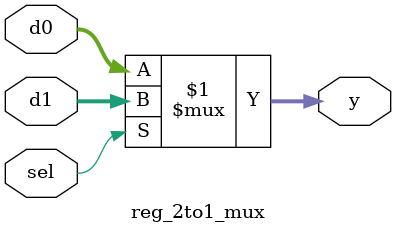
<source format=sv>
module reg_2to1_mux(input  [7:0] d0,
                    input  [7:0] d1,
                    input        sel,
                    output [7:0] y);
  
  assign y = (sel) ? d1 : d0;
endmodule
</source>
